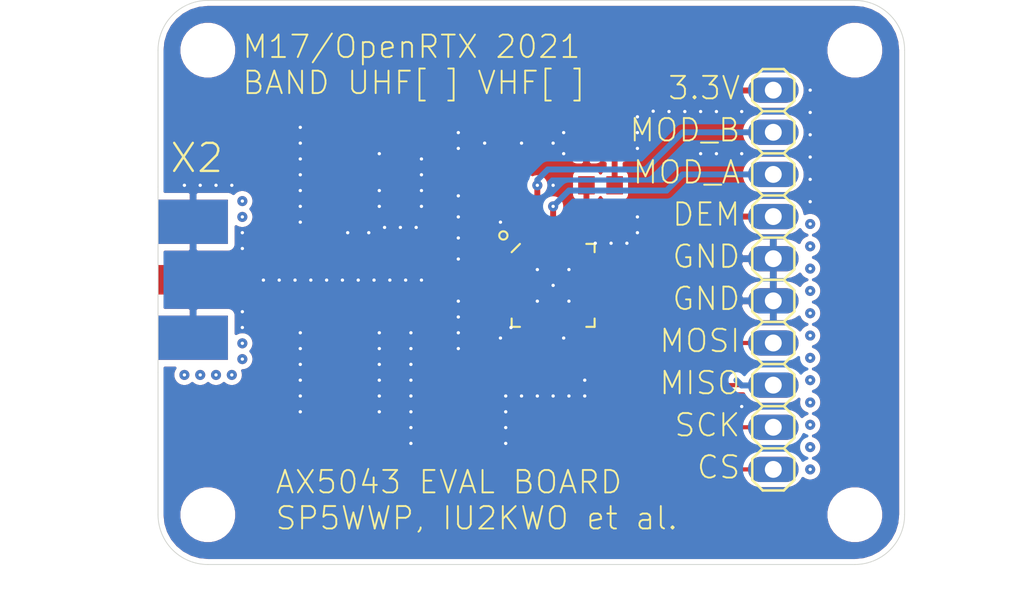
<source format=kicad_pcb>
(kicad_pcb (version 20171130) (host pcbnew 5.1.10)
  (layers (0 Top signal) (31 Bottom signal) (34 B.Paste user) (35 F.Paste user) (36 B.SilkS user) (37 F.SilkS user) (38 B.Mask user) (39 F.Mask user) (44 Edge.Cuts user))
  (net 0 "")
  (net 1 GND)
  (net 2 +3V3)
  (net 3 /CLK_REF)
  (net 4 "Net-(U1-Pad27)")
  (net 5 /MOD_IN_B)
  (net 6 /MOD_IN_A)
  (net 7 "Net-(C12-Pad2)")
  (net 8 "Net-(U1-Pad21)")
  (net 9 /DEMOD_OUT)
  (net 10 "Net-(U1-Pad19)")
  (net 11 /MOSI)
  (net 12 /MISO)
  (net 13 /SCLK)
  (net 14 /CS)
  (net 15 "Net-(U1-Pad13)")
  (net 16 "Net-(U1-Pad12)")
  (net 17 "Net-(U1-Pad11)")
  (net 18 "Net-(R9-Pad2)")
  (net 19 "Net-(R9-Pad1)")
  (net 20 "Net-(C14-Pad1)")
  (net 21 "Net-(C4-Pad1)")
  (net 22 "Net-(U1-Pad5)")
  (net 23 "Net-(C6-Pad1)")
  (net 24 "Net-(C5-Pad1)")
  (net 25 "Net-(C3-Pad1)")
  (net 26 "Net-(C10-Pad2)")
  (net 27 "Net-(C1-Pad1)")
  (net 28 "Net-(X1-Pad1)")
  (net 29 "Net-(C9-Pad1)")
  (net 30 "Net-(C5-Pad2)")
  (net 31 "Net-(C6-Pad2)")
  (net 32 "Net-(C7-Pad2)")
  (net 33 "Net-(C8-Pad1)")
  (net 34 "Net-(C15-Pad1)")
  (module MountingHole:MountingHole_2.7mm_M2.5 (layer Top) (at 169 119)
    (fp_text reference REF** hide)
    (fp_text value MountingHole_2.7mm_M2.5)
    (pad 1 np_thru_hole circle (at 0 0) (size 2.7 2.7) (drill 2.7) (layers *.Cu *.Mask))
  )
  (module MountingHole:MountingHole_2.7mm_M2.5 (layer Top) (at 169 91)
    (fp_text reference REF** hide)
    (fp_text value MountingHole_2.7mm_M2.5)
    (pad 1 np_thru_hole circle (at 0 0) (size 2.7 2.7) (drill 2.7) (layers *.Cu *.Mask))
  )
  (module MountingHole:MountingHole_2.7mm_M2.5 (layer Top) (at 130 119)
    (fp_text reference REF** hide)
    (fp_text value MountingHole_2.7mm_M2.5)
    (pad 1 np_thru_hole circle (at 0 0) (size 2.7 2.7) (drill 2.7) (layers *.Cu *.Mask))
  )
  (module MountingHole:MountingHole_2.7mm_M2.5 (layer Top) (at 130 91)
    (fp_text reference REF** hide)
    (fp_text value MountingHole_2.7mm_M2.5)
    (pad 1 np_thru_hole circle (at 0 0) (size 2.7 2.7) (drill 2.7) (layers *.Cu *.Mask))
  )
  (module AX5043:C0603 (layer Top) (at 146.3686 99.1436 270)
    (fp_text reference C1 hide)
    (fp_text value 10p)
    (pad 2 smd rect (at 0.85 0 270) (size 1.1 1) (layers Top F.Paste F.Mask) (net 3 /CLK_REF))
    (pad 1 smd rect (at -0.85 0 270) (size 1.1 1) (layers Top F.Paste F.Mask) (net 27 "Net-(C1-Pad1)"))
  )
  (module AX5043:C0603 (layer Top) (at 148.5911 99.1436 90)
    (fp_text reference C2 hide)
    (fp_text value 6.8p)
    (pad 2 smd rect (at 0.85 0 90) (size 1.1 1) (layers Top F.Paste F.Mask) (net 1 GND))
    (pad 1 smd rect (at -0.85 0 90) (size 1.1 1) (layers Top F.Paste F.Mask) (net 3 /CLK_REF))
  )
  (module AX5043:C0603 (layer Top) (at 146.3686 102.6361 90)
    (fp_text reference C3 hide)
    (fp_text value 100p)
    (pad 2 smd rect (at 0.85 0 90) (size 1.1 1) (layers Top F.Paste F.Mask) (net 1 GND))
    (pad 1 smd rect (at -0.85 0 90) (size 1.1 1) (layers Top F.Paste F.Mask) (net 25 "Net-(C3-Pad1)"))
  )
  (module AX5043:C0603 (layer Top) (at 146.3686 107.0811 270)
    (fp_text reference C4 hide)
    (fp_text value 100p)
    (pad 2 smd rect (at 0.85 0 270) (size 1.1 1) (layers Top F.Paste F.Mask) (net 1 GND))
    (pad 1 smd rect (at -0.85 0 270) (size 1.1 1) (layers Top F.Paste F.Mask) (net 21 "Net-(C4-Pad1)"))
  )
  (module AX5043:C0603 (layer Top) (at 141.2886 103.2711 180)
    (fp_text reference C5 hide)
    (fp_text value 4.3p)
    (pad 2 smd rect (at 0.85 0 180) (size 1.1 1) (layers Top F.Paste F.Mask) (net 30 "Net-(C5-Pad2)"))
    (pad 1 smd rect (at -0.85 0 180) (size 1.1 1) (layers Top F.Paste F.Mask) (net 24 "Net-(C5-Pad1)"))
  )
  (module AX5043:C0603 (layer Top) (at 141.2886 106.4461 180)
    (fp_text reference C6 hide)
    (fp_text value 4.3p)
    (pad 2 smd rect (at 0.85 0 180) (size 1.1 1) (layers Top F.Paste F.Mask) (net 31 "Net-(C6-Pad2)"))
    (pad 1 smd rect (at -0.85 0 180) (size 1.1 1) (layers Top F.Paste F.Mask) (net 23 "Net-(C6-Pad1)"))
  )
  (module AX5043:C0603 (layer Top) (at 138.1136 100.7311 180)
    (fp_text reference C7 hide)
    (fp_text value 11p)
    (pad 2 smd rect (at 0.85 0 180) (size 1.1 1) (layers Top F.Paste F.Mask) (net 32 "Net-(C7-Pad2)"))
    (pad 1 smd rect (at -0.85 0 180) (size 1.1 1) (layers Top F.Paste F.Mask) (net 1 GND))
  )
  (module AX5043:C0603 (layer Top) (at 138.1136 108.9861)
    (fp_text reference C8 hide)
    (fp_text value 5.6p)
    (pad 2 smd rect (at 0.85 0) (size 1.1 1) (layers Top F.Paste F.Mask) (net 1 GND))
    (pad 1 smd rect (at -0.85 0) (size 1.1 1) (layers Top F.Paste F.Mask) (net 33 "Net-(C8-Pad1)"))
  )
  (module AX5043:C0603 (layer Top) (at 134.9386 106.4461)
    (fp_text reference C9 hide)
    (fp_text value 5.1p)
    (pad 2 smd rect (at 0.85 0) (size 1.1 1) (layers Top F.Paste F.Mask) (net 33 "Net-(C8-Pad1)"))
    (pad 1 smd rect (at -0.85 0) (size 1.1 1) (layers Top F.Paste F.Mask) (net 29 "Net-(C9-Pad1)"))
  )
  (module AX5043:C0603 (layer Top) (at 138.1136 98.5086)
    (fp_text reference C10 hide)
    (fp_text value 10n)
    (pad 2 smd rect (at 0.85 0) (size 1.1 1) (layers Top F.Paste F.Mask) (net 26 "Net-(C10-Pad2)"))
    (pad 1 smd rect (at -0.85 0) (size 1.1 1) (layers Top F.Paste F.Mask) (net 1 GND))
  )
  (module AX5043:C0603 (layer Top) (at 142.8761 96.2861)
    (fp_text reference C11 hide)
    (fp_text value 100n)
    (pad 2 smd rect (at 0.85 0) (size 1.1 1) (layers Top F.Paste F.Mask) (net 1 GND))
    (pad 1 smd rect (at -0.85 0) (size 1.1 1) (layers Top F.Paste F.Mask) (net 2 +3V3))
  )
  (module AX5043:C0603 (layer Top) (at 153.6711 101.3661 180)
    (fp_text reference C12 hide)
    (fp_text value 10n)
    (pad 2 smd rect (at 0.85 0 180) (size 1.1 1) (layers Top F.Paste F.Mask) (net 7 "Net-(C12-Pad2)"))
    (pad 1 smd rect (at -0.85 0 180) (size 1.1 1) (layers Top F.Paste F.Mask) (net 1 GND))
  )
  (module AX5043:C0603 (layer Top) (at 153.6711 96.9211 180)
    (fp_text reference C13 hide)
    (fp_text value 100n)
    (pad 2 smd rect (at 0.85 0 180) (size 1.1 1) (layers Top F.Paste F.Mask) (net 1 GND))
    (pad 1 smd rect (at -0.85 0 180) (size 1.1 1) (layers Top F.Paste F.Mask) (net 2 +3V3))
  )
  (module AX5043:C0603 (layer Top) (at 143.8286 110.8911 270)
    (fp_text reference C14 hide)
    (fp_text value 39p)
    (pad 2 smd rect (at 0.85 0 270) (size 1.1 1) (layers Top F.Paste F.Mask) (net 1 GND))
    (pad 1 smd rect (at -0.85 0 270) (size 1.1 1) (layers Top F.Paste F.Mask) (net 20 "Net-(C14-Pad1)"))
  )
  (module AX5043:C0603 (layer Top) (at 145.0986 114.0661 180)
    (fp_text reference C15 hide)
    (fp_text value 10n)
    (pad 2 smd rect (at 0.85 0 180) (size 1.1 1) (layers Top F.Paste F.Mask) (net 1 GND))
    (pad 1 smd rect (at -0.85 0 180) (size 1.1 1) (layers Top F.Paste F.Mask) (net 34 "Net-(C15-Pad1)"))
  )
  (module AX5043:1X10 (layer Top) (at 164.084 104.8385 270)
    (fp_text reference JP1 hide)
    (fp_text value PINHD-1X10)
    (fp_line (start 12.065 1.27) (end 10.795 1.27) (layer F.SilkS) (width 0.1524))
    (fp_line (start 10.16 0.635) (end 10.795 1.27) (layer F.SilkS) (width 0.1524))
    (fp_line (start 10.795 -1.27) (end 10.16 -0.635) (layer F.SilkS) (width 0.1524))
    (fp_line (start 12.7 0.635) (end 12.065 1.27) (layer F.SilkS) (width 0.1524))
    (fp_line (start 12.7 -0.635) (end 12.7 0.635) (layer F.SilkS) (width 0.1524))
    (fp_line (start 12.065 -1.27) (end 12.7 -0.635) (layer F.SilkS) (width 0.1524))
    (fp_line (start 10.795 -1.27) (end 12.065 -1.27) (layer F.SilkS) (width 0.1524))
    (fp_line (start -10.795 1.27) (end -12.065 1.27) (layer F.SilkS) (width 0.1524))
    (fp_line (start -12.7 0.635) (end -12.065 1.27) (layer F.SilkS) (width 0.1524))
    (fp_line (start -12.065 -1.27) (end -12.7 -0.635) (layer F.SilkS) (width 0.1524))
    (fp_line (start -12.7 -0.635) (end -12.7 0.635) (layer F.SilkS) (width 0.1524))
    (fp_line (start -9.525 1.27) (end -10.16 0.635) (layer F.SilkS) (width 0.1524))
    (fp_line (start -8.255 1.27) (end -9.525 1.27) (layer F.SilkS) (width 0.1524))
    (fp_line (start -7.62 0.635) (end -8.255 1.27) (layer F.SilkS) (width 0.1524))
    (fp_line (start -7.62 -0.635) (end -7.62 0.635) (layer F.SilkS) (width 0.1524))
    (fp_line (start -8.255 -1.27) (end -7.62 -0.635) (layer F.SilkS) (width 0.1524))
    (fp_line (start -9.525 -1.27) (end -8.255 -1.27) (layer F.SilkS) (width 0.1524))
    (fp_line (start -10.16 -0.635) (end -9.525 -1.27) (layer F.SilkS) (width 0.1524))
    (fp_line (start -10.16 0.635) (end -10.795 1.27) (layer F.SilkS) (width 0.1524))
    (fp_line (start -10.16 -0.635) (end -10.16 0.635) (layer F.SilkS) (width 0.1524))
    (fp_line (start -10.795 -1.27) (end -10.16 -0.635) (layer F.SilkS) (width 0.1524))
    (fp_line (start -12.065 -1.27) (end -10.795 -1.27) (layer F.SilkS) (width 0.1524))
    (fp_line (start -3.175 1.27) (end -4.445 1.27) (layer F.SilkS) (width 0.1524))
    (fp_line (start -5.08 0.635) (end -4.445 1.27) (layer F.SilkS) (width 0.1524))
    (fp_line (start -4.445 -1.27) (end -5.08 -0.635) (layer F.SilkS) (width 0.1524))
    (fp_line (start -6.985 1.27) (end -7.62 0.635) (layer F.SilkS) (width 0.1524))
    (fp_line (start -5.715 1.27) (end -6.985 1.27) (layer F.SilkS) (width 0.1524))
    (fp_line (start -5.08 0.635) (end -5.715 1.27) (layer F.SilkS) (width 0.1524))
    (fp_line (start -5.08 -0.635) (end -5.08 0.635) (layer F.SilkS) (width 0.1524))
    (fp_line (start -5.715 -1.27) (end -5.08 -0.635) (layer F.SilkS) (width 0.1524))
    (fp_line (start -6.985 -1.27) (end -5.715 -1.27) (layer F.SilkS) (width 0.1524))
    (fp_line (start -7.62 -0.635) (end -6.985 -1.27) (layer F.SilkS) (width 0.1524))
    (fp_line (start -1.905 1.27) (end -2.54 0.635) (layer F.SilkS) (width 0.1524))
    (fp_line (start -0.635 1.27) (end -1.905 1.27) (layer F.SilkS) (width 0.1524))
    (fp_line (start 0 0.635) (end -0.635 1.27) (layer F.SilkS) (width 0.1524))
    (fp_line (start 0 -0.635) (end 0 0.635) (layer F.SilkS) (width 0.1524))
    (fp_line (start -0.635 -1.27) (end 0 -0.635) (layer F.SilkS) (width 0.1524))
    (fp_line (start -1.905 -1.27) (end -0.635 -1.27) (layer F.SilkS) (width 0.1524))
    (fp_line (start -2.54 -0.635) (end -1.905 -1.27) (layer F.SilkS) (width 0.1524))
    (fp_line (start -2.54 0.635) (end -3.175 1.27) (layer F.SilkS) (width 0.1524))
    (fp_line (start -2.54 -0.635) (end -2.54 0.635) (layer F.SilkS) (width 0.1524))
    (fp_line (start -3.175 -1.27) (end -2.54 -0.635) (layer F.SilkS) (width 0.1524))
    (fp_line (start -4.445 -1.27) (end -3.175 -1.27) (layer F.SilkS) (width 0.1524))
    (fp_line (start 4.445 1.27) (end 3.175 1.27) (layer F.SilkS) (width 0.1524))
    (fp_line (start 2.54 0.635) (end 3.175 1.27) (layer F.SilkS) (width 0.1524))
    (fp_line (start 3.175 -1.27) (end 2.54 -0.635) (layer F.SilkS) (width 0.1524))
    (fp_line (start 0.635 1.27) (end 0 0.635) (layer F.SilkS) (width 0.1524))
    (fp_line (start 1.905 1.27) (end 0.635 1.27) (layer F.SilkS) (width 0.1524))
    (fp_line (start 2.54 0.635) (end 1.905 1.27) (layer F.SilkS) (width 0.1524))
    (fp_line (start 2.54 -0.635) (end 2.54 0.635) (layer F.SilkS) (width 0.1524))
    (fp_line (start 1.905 -1.27) (end 2.54 -0.635) (layer F.SilkS) (width 0.1524))
    (fp_line (start 0.635 -1.27) (end 1.905 -1.27) (layer F.SilkS) (width 0.1524))
    (fp_line (start 0 -0.635) (end 0.635 -1.27) (layer F.SilkS) (width 0.1524))
    (fp_line (start 5.715 1.27) (end 5.08 0.635) (layer F.SilkS) (width 0.1524))
    (fp_line (start 6.985 1.27) (end 5.715 1.27) (layer F.SilkS) (width 0.1524))
    (fp_line (start 7.62 0.635) (end 6.985 1.27) (layer F.SilkS) (width 0.1524))
    (fp_line (start 7.62 -0.635) (end 7.62 0.635) (layer F.SilkS) (width 0.1524))
    (fp_line (start 6.985 -1.27) (end 7.62 -0.635) (layer F.SilkS) (width 0.1524))
    (fp_line (start 5.715 -1.27) (end 6.985 -1.27) (layer F.SilkS) (width 0.1524))
    (fp_line (start 5.08 -0.635) (end 5.715 -1.27) (layer F.SilkS) (width 0.1524))
    (fp_line (start 5.08 0.635) (end 4.445 1.27) (layer F.SilkS) (width 0.1524))
    (fp_line (start 5.08 -0.635) (end 5.08 0.635) (layer F.SilkS) (width 0.1524))
    (fp_line (start 4.445 -1.27) (end 5.08 -0.635) (layer F.SilkS) (width 0.1524))
    (fp_line (start 3.175 -1.27) (end 4.445 -1.27) (layer F.SilkS) (width 0.1524))
    (fp_line (start 8.255 1.27) (end 7.62 0.635) (layer F.SilkS) (width 0.1524))
    (fp_line (start 9.525 1.27) (end 8.255 1.27) (layer F.SilkS) (width 0.1524))
    (fp_line (start 10.16 0.635) (end 9.525 1.27) (layer F.SilkS) (width 0.1524))
    (fp_line (start 10.16 -0.635) (end 10.16 0.635) (layer F.SilkS) (width 0.1524))
    (fp_line (start 9.525 -1.27) (end 10.16 -0.635) (layer F.SilkS) (width 0.1524))
    (fp_line (start 8.255 -1.27) (end 9.525 -1.27) (layer F.SilkS) (width 0.1524))
    (fp_line (start 7.62 -0.635) (end 8.255 -1.27) (layer F.SilkS) (width 0.1524))
    (pad 10 thru_hole oval (at 11.43 0) (size 3.048 1.524) (drill 1.016) (layers *.Cu *.Mask) (net 14 /CS))
    (pad 9 thru_hole oval (at 8.89 0) (size 3.048 1.524) (drill 1.016) (layers *.Cu *.Mask) (net 13 /SCLK))
    (pad 8 thru_hole oval (at 6.35 0) (size 3.048 1.524) (drill 1.016) (layers *.Cu *.Mask) (net 12 /MISO))
    (pad 7 thru_hole oval (at 3.81 0) (size 3.048 1.524) (drill 1.016) (layers *.Cu *.Mask) (net 11 /MOSI))
    (pad 6 thru_hole oval (at 1.27 0) (size 3.048 1.524) (drill 1.016) (layers *.Cu *.Mask) (net 1 GND))
    (pad 5 thru_hole oval (at -1.27 0) (size 3.048 1.524) (drill 1.016) (layers *.Cu *.Mask) (net 1 GND))
    (pad 4 thru_hole oval (at -3.81 0) (size 3.048 1.524) (drill 1.016) (layers *.Cu *.Mask) (net 9 /DEMOD_OUT))
    (pad 3 thru_hole oval (at -6.35 0) (size 3.048 1.524) (drill 1.016) (layers *.Cu *.Mask) (net 6 /MOD_IN_A))
    (pad 2 thru_hole oval (at -8.89 0) (size 3.048 1.524) (drill 1.016) (layers *.Cu *.Mask) (net 5 /MOD_IN_B))
    (pad 1 thru_hole oval (at -11.43 0) (size 3.048 1.524) (drill 1.016) (layers *.Cu *.Mask) (net 2 +3V3))
  )
  (module AX5043:R0603 (layer Top) (at 143.8286 107.0811 90)
    (fp_text reference R1 hide)
    (fp_text value 100nH)
    (pad 2 smd rect (at 0.85 0 90) (size 1 1.1) (layers Top F.Paste F.Mask) (net 23 "Net-(C6-Pad1)"))
    (pad 1 smd rect (at -0.85 0 90) (size 1 1.1) (layers Top F.Paste F.Mask) (net 1 GND))
  )
  (module AX5043:R0603 (layer Top) (at 143.8286 102.6361 90)
    (fp_text reference R2 hide)
    (fp_text value 100nH)
    (pad 2 smd rect (at 0.85 0 90) (size 1 1.1) (layers Top F.Paste F.Mask) (net 1 GND))
    (pad 1 smd rect (at -0.85 0 90) (size 1 1.1) (layers Top F.Paste F.Mask) (net 24 "Net-(C5-Pad1)"))
  )
  (module AX5043:R0603 (layer Top) (at 138.1136 103.2711 180)
    (fp_text reference R3 hide)
    (fp_text value 43nH)
    (pad 2 smd rect (at 0.85 0 180) (size 1 1.1) (layers Top F.Paste F.Mask) (net 32 "Net-(C7-Pad2)"))
    (pad 1 smd rect (at -0.85 0 180) (size 1 1.1) (layers Top F.Paste F.Mask) (net 30 "Net-(C5-Pad2)"))
  )
  (module AX5043:R0603 (layer Top) (at 138.1136 106.4461 180)
    (fp_text reference R4 hide)
    (fp_text value 43nH)
    (pad 2 smd rect (at 0.85 0 180) (size 1 1.1) (layers Top F.Paste F.Mask) (net 33 "Net-(C8-Pad1)"))
    (pad 1 smd rect (at -0.85 0 180) (size 1 1.1) (layers Top F.Paste F.Mask) (net 31 "Net-(C6-Pad2)"))
  )
  (module AX5043:R0603 (layer Top) (at 134.9386 103.2711 180)
    (fp_text reference R5 hide)
    (fp_text value 27nH)
    (pad 2 smd rect (at 0.85 0 180) (size 1 1.1) (layers Top F.Paste F.Mask) (net 29 "Net-(C9-Pad1)"))
    (pad 1 smd rect (at -0.85 0 180) (size 1 1.1) (layers Top F.Paste F.Mask) (net 32 "Net-(C7-Pad2)"))
  )
  (module AX5043:R0603 (layer Top) (at 138.1136 111.5261)
    (fp_text reference R6 hide)
    (fp_text value 27nH)
    (pad 2 smd rect (at 0.85 0) (size 1 1.1) (layers Top F.Paste F.Mask) (net 1 GND))
    (pad 1 smd rect (at -0.85 0) (size 1 1.1) (layers Top F.Paste F.Mask) (net 33 "Net-(C8-Pad1)"))
  )
  (module AX5043:R0603 (layer Top) (at 138.1136 96.2861)
    (fp_text reference R7 hide)
    (fp_text value BEAD)
    (pad 2 smd rect (at 0.85 0) (size 1 1.1) (layers Top F.Paste F.Mask) (net 2 +3V3))
    (pad 1 smd rect (at -0.85 0) (size 1 1.1) (layers Top F.Paste F.Mask) (net 26 "Net-(C10-Pad2)"))
  )
  (module AX5043:R0603 (layer Top) (at 153.6711 99.1436)
    (fp_text reference R8 hide)
    (fp_text value BEAD)
    (pad 2 smd rect (at 0.85 0) (size 1 1.1) (layers Top F.Paste F.Mask) (net 2 +3V3))
    (pad 1 smd rect (at -0.85 0) (size 1 1.1) (layers Top F.Paste F.Mask) (net 7 "Net-(C12-Pad2)"))
  )
  (module AX5043:R0603 (layer Top) (at 150.1786 110.2561)
    (fp_text reference R9 hide)
    (fp_text value 10nH)
    (pad 2 smd rect (at 0.85 0) (size 1 1.1) (layers Top F.Paste F.Mask) (net 18 "Net-(R9-Pad2)"))
    (pad 1 smd rect (at -0.85 0) (size 1 1.1) (layers Top F.Paste F.Mask) (net 19 "Net-(R9-Pad1)"))
  )
  (module AX5043:R0603 (layer Top) (at 146.3686 110.8911 270)
    (fp_text reference R10 hide)
    (fp_text value 12k)
    (pad 2 smd rect (at 0.85 0 270) (size 1 1.1) (layers Top F.Paste F.Mask) (net 34 "Net-(C15-Pad1)"))
    (pad 1 smd rect (at -0.85 0 270) (size 1 1.1) (layers Top F.Paste F.Mask) (net 20 "Net-(C14-Pad1)"))
  )
  (module AX5043:QFN28-5X5-WITH-CENTER-PAD (layer Top) (at 150.8136 105.1761)
    (fp_text reference U1 hide)
    (fp_text value AX5043 hide)
    (fp_circle (center -3 -3.01) (end -2.75 -3.01) (layer F.SilkS) (width 0.127))
    (fp_line (start -2.5 -2) (end -2 -2.5) (layer F.SilkS) (width 0.127))
    (fp_line (start 2.5 -2.5) (end 2.5 -2) (layer F.SilkS) (width 0.127))
    (fp_line (start 2 -2.5) (end 2.5 -2.5) (layer F.SilkS) (width 0.127))
    (fp_line (start 2.5 2.5) (end 2.5 2) (layer F.SilkS) (width 0.127))
    (fp_line (start 2 2.5) (end 2.5 2.5) (layer F.SilkS) (width 0.127))
    (fp_line (start -2.5 2.5) (end -2 2.5) (layer F.SilkS) (width 0.127))
    (fp_line (start -2.5 2) (end -2.5 2.5) (layer F.SilkS) (width 0.127))
    (pad 28 smd rect (at -1.5 -2.25 180) (size 0.35 0.65) (layers Top F.Mask) (net 3 /CLK_REF))
    (pad 27 smd rect (at -1 -2.25 180) (size 0.35 0.65) (layers Top F.Mask) (net 4 "Net-(U1-Pad27)"))
    (pad 26 smd rect (at -0.5 -2.25 180) (size 0.35 0.65) (layers Top F.Mask) (net 5 /MOD_IN_B))
    (pad 25 smd rect (at 0 -2.25 180) (size 0.35 0.65) (layers Top F.Mask) (net 6 /MOD_IN_A))
    (pad 24 smd rect (at 0.5 -2.25 180) (size 0.35 0.65) (layers Top F.Mask))
    (pad 23 smd rect (at 1 -2.25 180) (size 0.35 0.65) (layers Top F.Mask) (net 7 "Net-(C12-Pad2)"))
    (pad 22 smd rect (at 1.5 -2.25 180) (size 0.35 0.65) (layers Top F.Mask))
    (pad 21 smd rect (at 2.25 -1.5 270) (size 0.35 0.65) (layers Top F.Mask) (net 8 "Net-(U1-Pad21)"))
    (pad 20 smd rect (at 2.25 -1 270) (size 0.35 0.65) (layers Top F.Mask) (net 9 /DEMOD_OUT))
    (pad 19 smd rect (at 2.25 -0.5 270) (size 0.35 0.65) (layers Top F.Mask) (net 10 "Net-(U1-Pad19)"))
    (pad 18 smd rect (at 2.25 0 270) (size 0.35 0.65) (layers Top F.Mask))
    (pad 17 smd rect (at 2.25 0.5 270) (size 0.35 0.65) (layers Top F.Mask) (net 11 /MOSI))
    (pad 16 smd rect (at 2.25 1 270) (size 0.35 0.65) (layers Top F.Mask) (net 12 /MISO))
    (pad 15 smd rect (at 2.25 1.5 270) (size 0.35 0.65) (layers Top F.Mask) (net 13 /SCLK))
    (pad 14 smd rect (at 1.5 2.25 180) (size 0.35 0.65) (layers Top F.Mask) (net 14 /CS))
    (pad 13 smd rect (at 1 2.25 180) (size 0.35 0.65) (layers Top F.Mask) (net 15 "Net-(U1-Pad13)"))
    (pad 12 smd rect (at 0.5 2.25 180) (size 0.35 0.65) (layers Top F.Mask) (net 16 "Net-(U1-Pad12)"))
    (pad 11 smd rect (at 0 2.25 180) (size 0.35 0.65) (layers Top F.Mask) (net 17 "Net-(U1-Pad11)"))
    (pad 10 smd rect (at -0.5 2.25 180) (size 0.35 0.65) (layers Top F.Mask) (net 18 "Net-(R9-Pad2)"))
    (pad 9 smd rect (at -1 2.25 180) (size 0.35 0.65) (layers Top F.Mask) (net 19 "Net-(R9-Pad1)"))
    (pad 8 smd rect (at -1.5 2.25 180) (size 0.35 0.65) (layers Top F.Mask) (net 20 "Net-(C14-Pad1)"))
    (pad 7 smd rect (at -2.25 1.5 90) (size 0.35 0.65) (layers Top F.Mask) (net 21 "Net-(C4-Pad1)"))
    (pad 6 smd rect (at -2.25 1 90) (size 0.35 0.65) (layers Top F.Mask) (net 1 GND))
    (pad 5 smd rect (at -2.25 0.5 90) (size 0.35 0.65) (layers Top F.Mask) (net 22 "Net-(U1-Pad5)"))
    (pad 4 smd rect (at -2.25 0 90) (size 0.35 0.65) (layers Top F.Mask) (net 23 "Net-(C6-Pad1)"))
    (pad 3 smd rect (at -2.25 -0.5 90) (size 0.35 0.65) (layers Top F.Mask) (net 24 "Net-(C5-Pad1)"))
    (pad 2 smd rect (at -2.25 -1 90) (size 0.35 0.65) (layers Top F.Mask) (net 1 GND))
    (pad 1 smd rect (at -2.25 -1.5 90) (size 0.35 0.65) (layers Top F.Mask) (net 25 "Net-(C3-Pad1)"))
    (pad PAD smd rect (at 0 0) (size 3.25 3.25) (layers Top F.Mask) (net 1 GND))
  )
  (module AX5043:ASE (layer Top) (at 142.8761 99.1436)
    (fp_text reference X1 hide)
    (fp_text value 12.000MHz)
    (pad 4 smd rect (at -1.2 -0.75 180) (size 0.9 1.1) (layers Top F.Paste F.Mask) (net 26 "Net-(C10-Pad2)"))
    (pad 3 smd rect (at 1.2 -0.75 180) (size 0.9 1.1) (layers Top F.Paste F.Mask) (net 27 "Net-(C1-Pad1)"))
    (pad 2 smd rect (at 1.2 0.75) (size 0.9 1.1) (layers Top F.Paste F.Mask) (net 1 GND))
    (pad 1 smd rect (at -1.2 0.75) (size 0.9 1.1) (layers Top F.Paste F.Mask) (net 28 "Net-(X1-Pad1)"))
  )
  (module AX5043:J502-ND-142-0711-821_826 (layer Top) (at 127 104.8385)
    (fp_text reference X2 (at 0.635 -6.35) (layer F.SilkS) (effects (font (size 1.6891 1.6891) (thickness 0.14224)) (justify left bottom)))
    (fp_text value SMA)
    (fp_line (start 0 -5.588) (end 0 5.588) (layer Edge.Cuts) (width 0.05))
    (pad G@3 smd rect (at 2.1154 -3.4946) (size 4.191 2.667) (layers Bottom B.Paste B.Mask) (net 1 GND))
    (pad G@4 smd rect (at 2.1154 3.4946) (size 4.191 2.667) (layers Bottom B.Paste B.Mask) (net 1 GND))
    (pad G@2 smd rect (at 2.1154 3.4946) (size 4.191 2.667) (layers Top F.Paste F.Mask) (net 1 GND))
    (pad G@1 smd rect (at 2.1154 -3.4946) (size 4.191 2.667) (layers Top F.Paste F.Mask) (net 1 GND))
    (pad 1 smd rect (at 2.1154 0) (size 4.191 1.778) (layers Top F.Paste F.Mask) (net 29 "Net-(C9-Pad1)"))
  )
  (gr_line (start 127 110.4265) (end 127 119) (layer Edge.Cuts) (width 0.05))
  (gr_line (start 127 99.2505) (end 127 91) (layer Edge.Cuts) (width 0.05))
  (gr_line (start 172 119) (end 172 91) (layer Edge.Cuts) (width 0.05))
  (gr_line (start 130 122) (end 169 122) (layer Edge.Cuts) (width 0.05))
  (gr_line (start 169 88) (end 130 88) (layer Edge.Cuts) (width 0.05))
  (gr_arc (start 169 91) (end 172 91) (angle -90) (layer Edge.Cuts) (width 0.05))
  (gr_arc (start 169 119) (end 169 122) (angle -90) (layer Edge.Cuts) (width 0.05))
  (gr_arc (start 130 119) (end 127 119) (angle -90) (layer Edge.Cuts) (width 0.05))
  (gr_arc (start 130 91) (end 130 88) (angle -90) (layer Edge.Cuts) (width 0.05))
  (gr_text MOSI (at 162.179 109.31205) (layer F.SilkS) (effects (font (size 1.35128 1.35128) (thickness 0.113792)) (justify right bottom)))
  (gr_text MISO (at 162.179 111.85205) (layer F.SilkS) (effects (font (size 1.35128 1.35128) (thickness 0.113792)) (justify right bottom)))
  (gr_text SCK (at 162.179 114.39205) (layer F.SilkS) (effects (font (size 1.35128 1.35128) (thickness 0.113792)) (justify right bottom)))
  (gr_text CS (at 162.179 116.93205) (layer F.SilkS) (effects (font (size 1.35128 1.35128) (thickness 0.113792)) (justify right bottom)))
  (gr_text GND (at 162.179 104.23205) (layer F.SilkS) (effects (font (size 1.35128 1.35128) (thickness 0.113792)) (justify right bottom)))
  (gr_text GND (at 162.179 106.77205) (layer F.SilkS) (effects (font (size 1.35128 1.35128) (thickness 0.113792)) (justify right bottom)))
  (gr_text DEM (at 162.179 101.69205) (layer F.SilkS) (effects (font (size 1.35128 1.35128) (thickness 0.113792)) (justify right bottom)))
  (gr_text MOD_A (at 162.179 99.15205) (layer F.SilkS) (effects (font (size 1.35128 1.35128) (thickness 0.113792)) (justify right bottom)))
  (gr_text MOD_B (at 162.179 96.61205) (layer F.SilkS) (effects (font (size 1.35128 1.35128) (thickness 0.113792)) (justify right bottom)))
  (gr_text 3.3V (at 162.179 94.07205) (layer F.SilkS) (effects (font (size 1.35128 1.35128) (thickness 0.113792)) (justify right bottom)))
  (gr_text "AX5043 EVAL BOARD\nSP5WWP, IU2KWO et al." (at 134 120) (layer F.SilkS) (effects (font (size 1.35128 1.35128) (thickness 0.113792)) (justify left bottom)))
  (gr_text "M17/OpenRTX 2021\nBAND UHF[ ] VHF[ ]" (at 132 90) (layer F.SilkS) (effects (font (size 1.35128 1.35128) (thickness 0.113792)) (justify left top)))
  (via (at 166.3076 102.821435) (size 0.6064) (drill 0.2) (layers Top Bottom) (net 0))
  (via (at 166.3076 105.510845) (size 0.6064) (drill 0.2) (layers Top Bottom) (net 0))
  (via (at 166.3076 108.200255) (size 0.6064) (drill 0.2) (layers Top Bottom) (net 0))
  (via (at 166.3076 106.85555) (size 0.6064) (drill 0.2) (layers Top Bottom) (net 0))
  (via (at 166.3076 104.16614) (size 0.6064) (drill 0.2) (layers Top Bottom) (net 0))
  (via (at 166.3076 101.47673) (size 0.6064) (drill 0.2) (layers Top Bottom) (net 0))
  (via (at 166.3076 110.889665) (size 0.6064) (drill 0.2) (layers Top Bottom) (net 0))
  (via (at 166.3076 113.579075) (size 0.6064) (drill 0.2) (layers Top Bottom) (net 0))
  (via (at 166.3076 116.2685) (size 0.6064) (drill 0.2) (layers Top Bottom) (net 0))
  (via (at 166.3076 114.92378) (size 0.6064) (drill 0.2) (layers Top Bottom) (net 0))
  (via (at 166.3076 112.23437) (size 0.6064) (drill 0.2) (layers Top Bottom) (net 0))
  (via (at 166.3076 109.54496) (size 0.6064) (drill 0.2) (layers Top Bottom) (net 0))
  (via (at 132.0811 100.0961) (size 0.6064) (drill 0.2) (layers Top Bottom) (net 0))
  (via (at 132.0811 101.0486) (size 0.6064) (drill 0.2) (layers Top Bottom) (net 0))
  (via (at 132.0811 108.6686) (size 0.6064) (drill 0.2) (layers Top Bottom) (net 0))
  (via (at 132.0811 109.6211) (size 0.6064) (drill 0.2) (layers Top Bottom) (net 0))
  (via (at 128.5886 110.5736) (size 0.6064) (drill 0.2) (layers Top Bottom) (net 0))
  (via (at 129.5411 110.5736) (size 0.6064) (drill 0.2) (layers Top Bottom) (net 0))
  (via (at 130.4936 110.5736) (size 0.6064) (drill 0.2) (layers Top Bottom) (net 0))
  (via (at 131.4461 110.5736) (size 0.6064) (drill 0.2) (layers Top Bottom) (net 0))
  (via (at 151.7661 104.2236) (size 0.6064) (drill 0.2) (layers Top Bottom) (net 1))
  (via (at 149.8611 104.2236) (size 0.6064) (drill 0.2) (layers Top Bottom) (net 1))
  (via (at 150.8136 105.1761) (size 0.6064) (drill 0.2) (layers Top Bottom) (net 1))
  (via (at 149.8611 106.1286) (size 0.6064) (drill 0.2) (layers Top Bottom) (net 1))
  (via (at 151.7661 106.1286) (size 0.6064) (drill 0.2) (layers Top Bottom) (net 1))
  (segment (start 148.5636 106.1761) (end 149.8136 106.1761) (width 0.3556) (layer Top) (net 1))
  (segment (start 149.8136 106.1761) (end 149.8611 106.1286) (width 0.3556) (layer Top) (net 1))
  (segment (start 148.5636 104.1761) (end 149.8136 104.1761) (width 0.3556) (layer Top) (net 1))
  (segment (start 149.8136 104.1761) (end 149.8611 104.2236) (width 0.3556) (layer Top) (net 1))
  (via (at 148.2736 107.7161) (size 0.6064) (drill 0.2) (layers Top Bottom) (net 1))
  (via (at 147.6386 108.3511) (size 0.6064) (drill 0.2) (layers Top Bottom) (net 1))
  (via (at 145.0986 108.9861) (size 0.6064) (drill 0.2) (layers Top Bottom) (net 1))
  (via (at 145.0986 108.0336) (size 0.6064) (drill 0.2) (layers Top Bottom) (net 1))
  (via (at 145.0986 107.0811) (size 0.6064) (drill 0.2) (layers Top Bottom) (net 1))
  (via (at 145.0986 106.1286) (size 0.6064) (drill 0.2) (layers Top Bottom) (net 1))
  (via (at 133.3511 104.8586) (size 0.6064) (drill 0.2) (layers Top Bottom) (net 1))
  (via (at 134.3036 104.8586) (size 0.6064) (drill 0.2) (layers Top Bottom) (net 1))
  (via (at 135.2561 104.8586) (size 0.6064) (drill 0.2) (layers Top Bottom) (net 1))
  (via (at 136.2086 104.8586) (size 0.6064) (drill 0.2) (layers Top Bottom) (net 1))
  (via (at 137.1611 104.8586) (size 0.6064) (drill 0.2) (layers Top Bottom) (net 1))
  (via (at 138.1136 104.8586) (size 0.6064) (drill 0.2) (layers Top Bottom) (net 1))
  (via (at 139.0661 104.8586) (size 0.6064) (drill 0.2) (layers Top Bottom) (net 1))
  (via (at 140.0186 104.8586) (size 0.6064) (drill 0.2) (layers Top Bottom) (net 1))
  (via (at 140.9711 104.8586) (size 0.6064) (drill 0.2) (layers Top Bottom) (net 1))
  (via (at 141.9236 104.8586) (size 0.6064) (drill 0.2) (layers Top Bottom) (net 1))
  (via (at 142.8761 104.8586) (size 0.6064) (drill 0.2) (layers Top Bottom) (net 1))
  (via (at 153.3536 102.6361) (size 0.6064) (drill 0.2) (layers Top Bottom) (net 1))
  (via (at 154.3061 102.6361) (size 0.6064) (drill 0.2) (layers Top Bottom) (net 1))
  (via (at 155.2586 102.6361) (size 0.6064) (drill 0.2) (layers Top Bottom) (net 1))
  (via (at 155.8936 102.0011) (size 0.6064) (drill 0.2) (layers Top Bottom) (net 1))
  (via (at 155.8936 101.0486) (size 0.6064) (drill 0.2) (layers Top Bottom) (net 1))
  (via (at 150.8136 99.1436) (size 0.6064) (drill 0.2) (layers Top Bottom) (net 1))
  (via (at 151.4486 95.9686) (size 0.6064) (drill 0.2) (layers Top Bottom) (net 1))
  (via (at 151.4486 97.2386) (size 0.6064) (drill 0.2) (layers Top Bottom) (net 1))
  (via (at 150.8136 96.6036) (size 0.6064) (drill 0.2) (layers Top Bottom) (net 1))
  (via (at 147.6386 101.3661) (size 0.6064) (drill 0.2) (layers Top Bottom) (net 1))
  (via (at 145.0986 101.0486) (size 0.6064) (drill 0.2) (layers Top Bottom) (net 1))
  (via (at 145.0986 103.5886) (size 0.6064) (drill 0.2) (layers Top Bottom) (net 1))
  (via (at 145.0986 102.3186) (size 0.6064) (drill 0.2) (layers Top Bottom) (net 1))
  (via (at 145.0986 99.7786) (size 0.6064) (drill 0.2) (layers Top Bottom) (net 1))
  (via (at 142.8761 97.5561) (size 0.6064) (drill 0.2) (layers Top Bottom) (net 1))
  (via (at 142.8761 98.5086) (size 0.6064) (drill 0.2) (layers Top Bottom) (net 1))
  (via (at 142.8761 99.4611) (size 0.6064) (drill 0.2) (layers Top Bottom) (net 1))
  (via (at 142.8761 100.4136) (size 0.6064) (drill 0.2) (layers Top Bottom) (net 1))
  (via (at 142.5586 101.6836) (size 0.6064) (drill 0.2) (layers Top Bottom) (net 1))
  (via (at 141.6061 101.6836) (size 0.6064) (drill 0.2) (layers Top Bottom) (net 1))
  (via (at 140.6536 101.6836) (size 0.6064) (drill 0.2) (layers Top Bottom) (net 1))
  (via (at 140.3361 99.4611) (size 0.6064) (drill 0.2) (layers Top Bottom) (net 1))
  (via (at 140.3361 100.4136) (size 0.6064) (drill 0.2) (layers Top Bottom) (net 1))
  (via (at 138.4311 102.0011) (size 0.6064) (drill 0.2) (layers Top Bottom) (net 1))
  (via (at 139.7011 102.0011) (size 0.6064) (drill 0.2) (layers Top Bottom) (net 1))
  (via (at 128.5886 99.1436) (size 0.6064) (drill 0.2) (layers Top Bottom) (net 1))
  (via (at 129.5411 99.1436) (size 0.6064) (drill 0.2) (layers Top Bottom) (net 1))
  (via (at 130.4936 99.1436) (size 0.6064) (drill 0.2) (layers Top Bottom) (net 1))
  (via (at 131.4461 99.1436) (size 0.6064) (drill 0.2) (layers Top Bottom) (net 1))
  (via (at 132.0811 102.0011) (size 0.6064) (drill 0.2) (layers Top Bottom) (net 1))
  (via (at 132.0811 102.9536) (size 0.6064) (drill 0.2) (layers Top Bottom) (net 1))
  (via (at 132.0811 106.7636) (size 0.6064) (drill 0.2) (layers Top Bottom) (net 1))
  (via (at 132.0811 107.7161) (size 0.6064) (drill 0.2) (layers Top Bottom) (net 1))
  (via (at 142.2411 108.0336) (size 0.6064) (drill 0.2) (layers Top Bottom) (net 1))
  (via (at 142.2411 108.9861) (size 0.6064) (drill 0.2) (layers Top Bottom) (net 1))
  (via (at 142.2411 109.9386) (size 0.6064) (drill 0.2) (layers Top Bottom) (net 1))
  (via (at 142.2411 110.8911) (size 0.6064) (drill 0.2) (layers Top Bottom) (net 1))
  (via (at 142.2411 111.8436) (size 0.6064) (drill 0.2) (layers Top Bottom) (net 1))
  (via (at 142.2411 112.7961) (size 0.6064) (drill 0.2) (layers Top Bottom) (net 1))
  (via (at 140.3361 108.0336) (size 0.6064) (drill 0.2) (layers Top Bottom) (net 1))
  (via (at 140.3361 108.9861) (size 0.6064) (drill 0.2) (layers Top Bottom) (net 1))
  (via (at 140.3361 109.9386) (size 0.6064) (drill 0.2) (layers Top Bottom) (net 1))
  (via (at 140.3361 110.8911) (size 0.6064) (drill 0.2) (layers Top Bottom) (net 1))
  (via (at 140.3361 111.8436) (size 0.6064) (drill 0.2) (layers Top Bottom) (net 1))
  (via (at 140.3361 112.7961) (size 0.6064) (drill 0.2) (layers Top Bottom) (net 1))
  (via (at 142.2411 113.7486) (size 0.6064) (drill 0.2) (layers Top Bottom) (net 1))
  (via (at 142.2411 114.7011) (size 0.6064) (drill 0.2) (layers Top Bottom) (net 1))
  (via (at 147.9561 111.8436) (size 0.6064) (drill 0.2) (layers Top Bottom) (net 1))
  (via (at 148.9086 111.8436) (size 0.6064) (drill 0.2) (layers Top Bottom) (net 1))
  (via (at 149.8611 111.8436) (size 0.6064) (drill 0.2) (layers Top Bottom) (net 1))
  (via (at 150.8136 111.8436) (size 0.6064) (drill 0.2) (layers Top Bottom) (net 1))
  (via (at 151.7661 111.8436) (size 0.6064) (drill 0.2) (layers Top Bottom) (net 1))
  (via (at 152.7186 111.8436) (size 0.6064) (drill 0.2) (layers Top Bottom) (net 1))
  (via (at 152.7186 110.8911) (size 0.6064) (drill 0.2) (layers Top Bottom) (net 1))
  (via (at 151.4486 108.3511) (size 0.6064) (drill 0.2) (layers Top Bottom) (net 1))
  (via (at 162.1801 112.4786) (size 0.6064) (drill 0.2) (layers Top Bottom) (net 1))
  (via (at 162.1801 97.2386) (size 0.6064) (drill 0.2) (layers Top Bottom) (net 1))
  (via (at 160.6561 97.2386) (size 0.6064) (drill 0.2) (layers Top Bottom) (net 1))
  (via (at 159.7036 97.2386) (size 0.6064) (drill 0.2) (layers Top Bottom) (net 1))
  (via (at 166.3076 94.753205) (size 0.6064) (drill 0.2) (layers Top Bottom) (net 1))
  (via (at 166.3076 97.442615) (size 0.6064) (drill 0.2) (layers Top Bottom) (net 1))
  (via (at 166.3076 100.132025) (size 0.6064) (drill 0.2) (layers Top Bottom) (net 1))
  (via (at 166.3076 98.78732) (size 0.6064) (drill 0.2) (layers Top Bottom) (net 1))
  (via (at 166.3076 96.09791) (size 0.6064) (drill 0.2) (layers Top Bottom) (net 1))
  (via (at 166.3076 93.4085) (size 0.6064) (drill 0.2) (layers Top Bottom) (net 1))
  (via (at 135.5736 97.5561) (size 0.6064) (drill 0.2) (layers Top Bottom) (net 1))
  (via (at 135.5736 98.5086) (size 0.6064) (drill 0.2) (layers Top Bottom) (net 1))
  (via (at 135.5736 99.4611) (size 0.6064) (drill 0.2) (layers Top Bottom) (net 1))
  (via (at 135.5736 100.4136) (size 0.6064) (drill 0.2) (layers Top Bottom) (net 1))
  (via (at 135.5736 101.3661) (size 0.6064) (drill 0.2) (layers Top Bottom) (net 1))
  (via (at 135.5736 96.6036) (size 0.6064) (drill 0.2) (layers Top Bottom) (net 1))
  (via (at 135.5736 95.6511) (size 0.6064) (drill 0.2) (layers Top Bottom) (net 1))
  (via (at 135.5736 108.0336) (size 0.6064) (drill 0.2) (layers Top Bottom) (net 1))
  (via (at 135.5736 108.9861) (size 0.6064) (drill 0.2) (layers Top Bottom) (net 1))
  (via (at 135.5736 109.9386) (size 0.6064) (drill 0.2) (layers Top Bottom) (net 1))
  (via (at 135.5736 110.8911) (size 0.6064) (drill 0.2) (layers Top Bottom) (net 1))
  (via (at 135.5736 111.8436) (size 0.6064) (drill 0.2) (layers Top Bottom) (net 1))
  (via (at 135.5736 112.7961) (size 0.6064) (drill 0.2) (layers Top Bottom) (net 1))
  (via (at 140.3361 97.2386) (size 0.6064) (drill 0.2) (layers Top Bottom) (net 1))
  (via (at 145.0986 95.9686) (size 0.6064) (drill 0.2) (layers Top Bottom) (net 1))
  (via (at 145.0986 96.9211) (size 0.6064) (drill 0.2) (layers Top Bottom) (net 1))
  (via (at 148.9086 96.6036) (size 0.6064) (drill 0.2) (layers Top Bottom) (net 1))
  (via (at 146.6861 96.6036) (size 0.6064) (drill 0.2) (layers Top Bottom) (net 1))
  (via (at 147.9561 112.7961) (size 0.6064) (drill 0.2) (layers Top Bottom) (net 1))
  (via (at 147.9561 113.7486) (size 0.6064) (drill 0.2) (layers Top Bottom) (net 1))
  (via (at 147.9561 114.7011) (size 0.6064) (drill 0.2) (layers Top Bottom) (net 1))
  (via (at 155.8936 96.9211) (size 0.6064) (drill 0.2) (layers Top Bottom) (net 1))
  (via (at 155.8936 95.9686) (size 0.6064) (drill 0.2) (layers Top Bottom) (net 1))
  (via (at 155.8936 95.0161) (size 0.6064) (drill 0.2) (layers Top Bottom) (net 1))
  (via (at 156.845 94.6785) (size 0.6064) (drill 0.2) (layers Top Bottom) (net 1))
  (via (at 162.1801 94.6986) (size 0.6064) (drill 0.2) (layers Top Bottom) (net 1))
  (via (at 160.6561 94.6986) (size 0.6064) (drill 0.2) (layers Top Bottom) (net 1))
  (via (at 159.7036 94.6986) (size 0.6064) (drill 0.2) (layers Top Bottom) (net 1))
  (via (at 158.7511 94.6986) (size 0.6064) (drill 0.2) (layers Top Bottom) (net 1))
  (via (at 157.7986 94.6986) (size 0.6064) (drill 0.2) (layers Top Bottom) (net 1))
  (segment (start 158.3701 93.4286) (end 164.0851 93.4286) (width 0.3556) (layer Top) (net 2))
  (segment (start 154.5211 96.9211) (end 154.5211 99.1436) (width 0.3556) (layer Top) (net 2))
  (segment (start 138.9636 96.2861) (end 142.0261 96.2861) (width 0.3556) (layer Top) (net 2))
  (segment (start 142.0261 96.2861) (end 142.0261 95.5486) (width 0.3556) (layer Top) (net 2))
  (segment (start 142.0261 95.5486) (end 142.5586 95.0161) (width 0.3556) (layer Top) (net 2))
  (segment (start 142.5586 95.0161) (end 153.3536 95.0161) (width 0.3556) (layer Top) (net 2))
  (segment (start 153.3536 95.0161) (end 154.5211 96.1836) (width 0.3556) (layer Top) (net 2))
  (segment (start 154.5211 96.9211) (end 154.5211 96.1836) (width 0.3556) (layer Top) (net 2))
  (segment (start 154.3156 94.0541) (end 153.3536 95.0161) (width 0.3556) (layer Top) (net 2))
  (segment (start 154.9411 93.4286) (end 154.3156 94.0541) (width 0.356) (layer Top) (net 2))
  (segment (start 158.3701 93.4286) (end 154.9411 93.4286) (width 0.356) (layer Top) (net 2))
  (segment (start 149.3136 102.9261) (end 149.3136 102.0886) (width 0.3556) (layer Top) (net 3))
  (segment (start 149.3136 102.0886) (end 148.5911 101.3661) (width 0.3556) (layer Top) (net 3))
  (segment (start 148.5911 101.3661) (end 148.5911 99.9936) (width 0.3556) (layer Top) (net 3))
  (segment (start 146.3686 99.9936) (end 148.5911 99.9936) (width 0.3556) (layer Top) (net 3))
  (segment (start 150.3136 102.9261) (end 150.3136 101.5011) (width 0.3556) (layer Top) (net 5))
  (segment (start 150.3136 101.5011) (end 149.8611 101.0486) (width 0.3556) (layer Top) (net 5))
  (segment (start 149.8611 101.0486) (end 149.8611 99.1436) (width 0.3556) (layer Top) (net 5))
  (via (at 149.8611 99.1436) (size 0.6064) (drill 0.2) (layers Top Bottom) (net 5))
  (segment (start 149.8611 99.1436) (end 149.8611 98.8261) (width 0.3556) (layer Bottom) (net 5))
  (segment (start 149.8611 98.8261) (end 150.4961 98.1911) (width 0.3556) (layer Bottom) (net 5))
  (segment (start 150.4961 98.1911) (end 155.6184 98.1911) (width 0.3556) (layer Bottom) (net 5))
  (segment (start 156.3804 98.1911) (end 155.6184 98.1911) (width 0.356) (layer Bottom) (net 5))
  (segment (start 158.623 95.9485) (end 156.3804 98.1911) (width 0.356) (layer Bottom) (net 5))
  (segment (start 164.084 95.9485) (end 158.623 95.9485) (width 0.356) (layer Bottom) (net 5))
  (segment (start 150.8136 102.9261) (end 150.8136 100.4136) (width 0.3556) (layer Top) (net 6))
  (via (at 150.8136 100.4136) (size 0.6064) (drill 0.2) (layers Top Bottom) (net 6))
  (segment (start 150.8136 100.4136) (end 151.7661 99.4611) (width 0.3556) (layer Bottom) (net 6))
  (segment (start 151.7661 99.4611) (end 155.7221 99.4611) (width 0.3556) (layer Bottom) (net 6))
  (segment (start 157.6504 99.4611) (end 155.7221 99.4611) (width 0.356) (layer Bottom) (net 6))
  (segment (start 158.623 98.4885) (end 157.6504 99.4611) (width 0.356) (layer Bottom) (net 6))
  (segment (start 164.084 98.4885) (end 158.623 98.4885) (width 0.356) (layer Bottom) (net 6))
  (segment (start 151.8136 102.9261) (end 151.8136 101.6361) (width 0.3556) (layer Top) (net 7))
  (segment (start 151.8136 101.6361) (end 152.0836 101.3661) (width 0.3556) (layer Top) (net 7))
  (segment (start 152.0836 101.3661) (end 152.8211 101.3661) (width 0.3556) (layer Top) (net 7))
  (segment (start 152.8211 99.1436) (end 152.8211 101.3661) (width 0.3556) (layer Top) (net 7))
  (segment (start 153.0636 104.1761) (end 154.3324 104.1761) (width 0.3556) (layer Top) (net 9))
  (segment (start 155.0944 104.1761) (end 154.3324 104.1761) (width 0.356) (layer Top) (net 9))
  (segment (start 158.242 101.0285) (end 155.0944 104.1761) (width 0.356) (layer Top) (net 9))
  (segment (start 164.084 101.0285) (end 158.242 101.0285) (width 0.356) (layer Top) (net 9))
  (segment (start 161.417 108.6485) (end 164.084 108.6485) (width 0.25) (layer Top) (net 11))
  (segment (start 158.01975 108.23575) (end 158.4325 108.6485) (width 0.25) (layer Top) (net 11))
  (segment (start 158.4325 108.6485) (end 161.417 108.6485) (width 0.25) (layer Top) (net 11))
  (segment (start 158.01975 106.45775) (end 158.01975 108.23575) (width 0.25) (layer Top) (net 11))
  (segment (start 157.2381 105.6761) (end 158.01975 106.45775) (width 0.25) (layer Top) (net 11))
  (segment (start 153.0636 105.6761) (end 157.2381 105.6761) (width 0.25) (layer Top) (net 11))
  (segment (start 161.8626 110.8911) (end 162.1801 111.2086) (width 0.3556) (layer Bottom) (net 12))
  (segment (start 162.1801 111.2086) (end 164.0851 111.2086) (width 0.3556) (layer Bottom) (net 12))
  (segment (start 156.9761 106.1761) (end 153.0636 106.1761) (width 0.25) (layer Top) (net 12))
  (segment (start 157.56974 106.76974) (end 156.9761 106.1761) (width 0.25) (layer Top) (net 12))
  (segment (start 157.56974 110.70674) (end 157.56974 106.76974) (width 0.25) (layer Top) (net 12))
  (segment (start 158.0515 111.1885) (end 157.56974 110.70674) (width 0.25) (layer Top) (net 12))
  (segment (start 164.084 111.1885) (end 158.0515 111.1885) (width 0.25) (layer Top) (net 12))
  (segment (start 156.67133 106.6761) (end 153.0636 106.6761) (width 0.25) (layer Top) (net 13))
  (segment (start 157.11973 107.1245) (end 156.67133 106.6761) (width 0.25) (layer Top) (net 13))
  (segment (start 157.11973 113.36823) (end 157.11973 107.1245) (width 0.25) (layer Top) (net 13))
  (segment (start 157.48 113.7285) (end 157.11973 113.36823) (width 0.25) (layer Top) (net 13))
  (segment (start 164.084 113.7285) (end 157.48 113.7285) (width 0.25) (layer Top) (net 13))
  (segment (start 152.3136 107.4261) (end 156.2576 107.4261) (width 0.25) (layer Top) (net 14))
  (segment (start 156.2576 107.4261) (end 156.66972 107.83822) (width 0.25) (layer Top) (net 14))
  (segment (start 156.66972 107.83822) (end 156.66972 115.58522) (width 0.25) (layer Top) (net 14))
  (segment (start 157.9245 116.2685) (end 164.084 116.2685) (width 0.25) (layer Top) (net 14))
  (segment (start 156.66972 115.58522) (end 157.353 116.2685) (width 0.25) (layer Top) (net 14))
  (segment (start 157.353 116.2685) (end 157.9245 116.2685) (width 0.25) (layer Top) (net 14))
  (segment (start 150.3136 107.4261) (end 150.3136 108.4861) (width 0.3556) (layer Top) (net 18))
  (segment (start 150.3136 108.4861) (end 151.0286 109.2011) (width 0.3556) (layer Top) (net 18))
  (segment (start 151.0286 110.2561) (end 151.0286 109.2011) (width 0.3556) (layer Top) (net 18))
  (segment (start 149.8136 107.4261) (end 149.8136 108.7161) (width 0.3556) (layer Top) (net 19))
  (segment (start 149.8136 108.7161) (end 149.3286 109.2011) (width 0.3556) (layer Top) (net 19))
  (segment (start 149.3286 110.2561) (end 149.3286 109.2011) (width 0.3556) (layer Top) (net 19))
  (segment (start 146.3686 110.0411) (end 147.2186 110.0411) (width 0.3556) (layer Top) (net 20))
  (segment (start 147.2186 110.0411) (end 149.3136 107.9461) (width 0.3556) (layer Top) (net 20))
  (segment (start 149.3136 107.4261) (end 149.3136 107.9461) (width 0.3556) (layer Top) (net 20))
  (segment (start 143.8286 110.0411) (end 146.3686 110.0411) (width 0.3556) (layer Top) (net 20))
  (segment (start 148.5636 106.6761) (end 147.8686 106.6761) (width 0.3556) (layer Top) (net 21))
  (segment (start 147.8686 106.6761) (end 147.4236 106.2311) (width 0.3556) (layer Top) (net 21))
  (segment (start 146.3686 106.2311) (end 147.4236 106.2311) (width 0.3556) (layer Top) (net 21))
  (segment (start 148.5636 105.1761) (end 144.8836 105.1761) (width 0.3556) (layer Top) (net 23))
  (segment (start 144.8836 105.1761) (end 144.8836 105.1761) (width 0.3556) (layer Top) (net 23))
  (segment (start 144.8836 105.1761) (end 144.64884 105.202551) (width 0.3556) (layer Top) (net 23))
  (segment (start 144.64884 105.202551) (end 144.425853 105.280578) (width 0.3556) (layer Top) (net 23))
  (segment (start 144.425853 105.280578) (end 144.225818 105.406268) (width 0.3556) (layer Top) (net 23))
  (segment (start 144.225818 105.406268) (end 144.058768 105.573318) (width 0.3556) (layer Top) (net 23))
  (segment (start 144.058768 105.573318) (end 143.933078 105.773353) (width 0.3556) (layer Top) (net 23))
  (segment (start 143.933078 105.773353) (end 143.8286 106.2311) (width 0.3556) (layer Top) (net 23))
  (segment (start 143.8286 106.2311) (end 142.3536 106.2311) (width 0.3556) (layer Top) (net 23))
  (segment (start 142.3536 106.2311) (end 142.3536 106.2311) (width 0.3556) (layer Top) (net 23))
  (segment (start 142.3536 106.2311) (end 142.2461 106.259905) (width 0.3556) (layer Top) (net 23))
  (segment (start 142.2461 106.259905) (end 142.167405 106.3386) (width 0.3556) (layer Top) (net 23))
  (segment (start 142.167405 106.3386) (end 142.1386 106.4461) (width 0.3556) (layer Top) (net 23))
  (segment (start 148.5636 104.6761) (end 145.0186 104.6761) (width 0.3556) (layer Top) (net 24))
  (segment (start 145.0186 104.6761) (end 145.0186 104.6761) (width 0.3556) (layer Top) (net 24))
  (segment (start 145.0186 104.6761) (end 144.786443 104.653234) (width 0.3556) (layer Top) (net 24))
  (segment (start 144.786443 104.653234) (end 144.563207 104.585517) (width 0.3556) (layer Top) (net 24))
  (segment (start 144.563207 104.585517) (end 144.357471 104.475549) (width 0.3556) (layer Top) (net 24))
  (segment (start 144.357471 104.475549) (end 144.177143 104.327557) (width 0.3556) (layer Top) (net 24))
  (segment (start 144.177143 104.327557) (end 144.029151 104.147229) (width 0.3556) (layer Top) (net 24))
  (segment (start 144.029151 104.147229) (end 143.919183 103.941493) (width 0.3556) (layer Top) (net 24))
  (segment (start 143.919183 103.941493) (end 143.8286 103.4861) (width 0.3556) (layer Top) (net 24))
  (segment (start 143.8286 103.4861) (end 142.3536 103.4861) (width 0.3556) (layer Top) (net 24))
  (segment (start 142.3536 103.4861) (end 142.3536 103.4861) (width 0.3556) (layer Top) (net 24))
  (segment (start 142.3536 103.4861) (end 142.2461 103.457295) (width 0.3556) (layer Top) (net 24))
  (segment (start 142.2461 103.457295) (end 142.167405 103.3786) (width 0.3556) (layer Top) (net 24))
  (segment (start 142.167405 103.3786) (end 142.1386 103.2711) (width 0.3556) (layer Top) (net 24))
  (segment (start 148.5636 103.6761) (end 146.3686 103.6761) (width 0.3556) (layer Top) (net 25))
  (segment (start 146.3686 103.6761) (end 146.3686 103.4861) (width 0.3556) (layer Top) (net 25))
  (segment (start 141.6761 98.3936) (end 139.0786 98.3936) (width 0.3556) (layer Top) (net 26))
  (segment (start 139.0786 98.3936) (end 138.9636 98.5086) (width 0.3556) (layer Top) (net 26))
  (segment (start 137.2636 96.2861) (end 137.2636 97.3411) (width 0.3556) (layer Top) (net 26))
  (segment (start 137.2636 97.3411) (end 137.4786 97.5561) (width 0.3556) (layer Top) (net 26))
  (segment (start 138.9636 98.5086) (end 138.9636 97.7711) (width 0.3556) (layer Top) (net 26))
  (segment (start 138.9636 97.7711) (end 138.7486 97.5561) (width 0.3556) (layer Top) (net 26))
  (segment (start 138.7486 97.5561) (end 137.4786 97.5561) (width 0.3556) (layer Top) (net 26))
  (segment (start 146.3686 98.2936) (end 144.1761 98.2936) (width 0.3556) (layer Top) (net 27))
  (segment (start 144.1761 98.2936) (end 144.0761 98.3936) (width 0.3556) (layer Top) (net 27))
  (segment (start 134.0886 103.2711) (end 133.6686 103.2711) (width 0.3556) (layer Top) (net 29))
  (segment (start 133.6686 103.2711) (end 133.6686 103.2711) (width 0.3556) (layer Top) (net 29))
  (segment (start 133.6686 103.2711) (end 133.420835 103.295503) (width 0.3556) (layer Top) (net 29))
  (segment (start 133.420835 103.295503) (end 133.182592 103.367773) (width 0.3556) (layer Top) (net 29))
  (segment (start 133.182592 103.367773) (end 132.963026 103.485134) (width 0.3556) (layer Top) (net 29))
  (segment (start 132.963026 103.485134) (end 132.770574 103.643074) (width 0.3556) (layer Top) (net 29))
  (segment (start 132.770574 103.643074) (end 132.612634 103.835526) (width 0.3556) (layer Top) (net 29))
  (segment (start 132.612634 103.835526) (end 132.495273 104.055092) (width 0.3556) (layer Top) (net 29))
  (segment (start 132.495273 104.055092) (end 132.3986 104.5411) (width 0.3556) (layer Top) (net 29))
  (segment (start 134.0886 106.4461) (end 133.6686 106.4461) (width 0.3556) (layer Top) (net 29))
  (segment (start 133.6686 106.4461) (end 133.6686 106.4461) (width 0.3556) (layer Top) (net 29))
  (segment (start 133.6686 106.4461) (end 133.420835 106.421697) (width 0.3556) (layer Top) (net 29))
  (segment (start 133.420835 106.421697) (end 133.182592 106.349427) (width 0.3556) (layer Top) (net 29))
  (segment (start 133.182592 106.349427) (end 132.963026 106.232066) (width 0.3556) (layer Top) (net 29))
  (segment (start 132.963026 106.232066) (end 132.770574 106.074126) (width 0.3556) (layer Top) (net 29))
  (segment (start 132.770574 106.074126) (end 132.612634 105.881674) (width 0.3556) (layer Top) (net 29))
  (segment (start 132.612634 105.881674) (end 132.495273 105.662108) (width 0.3556) (layer Top) (net 29))
  (segment (start 132.495273 105.662108) (end 132.3986 105.1761) (width 0.3556) (layer Top) (net 29))
  (segment (start 132.3986 105.1761) (end 132.3986 104.8586) (width 0.3556) (layer Top) (net 29))
  (segment (start 132.3986 104.8586) (end 132.3986 104.5411) (width 0.3556) (layer Top) (net 29))
  (segment (start 129.1165 104.8586) (end 132.3986 104.8586) (width 0.3556) (layer Top) (net 29))
  (segment (start 140.4386 103.2711) (end 138.9636 103.2711) (width 0.3556) (layer Top) (net 30))
  (segment (start 138.9636 106.4461) (end 140.4386 106.4461) (width 0.3556) (layer Top) (net 31))
  (segment (start 137.2636 100.7311) (end 137.2636 103.2711) (width 0.3556) (layer Top) (net 32))
  (segment (start 135.7886 103.2711) (end 137.2636 103.2711) (width 0.3556) (layer Top) (net 32))
  (segment (start 135.7886 106.4461) (end 137.2636 106.4461) (width 0.3556) (layer Top) (net 33))
  (segment (start 137.2636 106.4461) (end 137.2636 108.9861) (width 0.3556) (layer Top) (net 33))
  (segment (start 137.2636 108.9861) (end 137.2636 111.5261) (width 0.3556) (layer Top) (net 33))
  (segment (start 145.9486 114.0661) (end 145.9486 113.2161) (width 0.3556) (layer Top) (net 34))
  (segment (start 145.9486 113.2161) (end 146.3686 112.7961) (width 0.3556) (layer Top) (net 34))
  (segment (start 146.3686 112.7961) (end 146.3686 111.7411) (width 0.3556) (layer Top) (net 34))
  (zone (net 1) (net_name GND) (layer Top) (priority 6) (connect_pads (clearance 0.3048)) (min_thickness 0.1778) (fill yes (arc_segments 32) (thermal_gap 0.4056) (thermal_bridge_width 0.4056))
    (polygon (pts (xy 172 122) (xy 127 122) (xy 127 88) (xy 172 88)))
  )
  (zone (net 1) (net_name GND) (layer Bottom) (priority 6) (connect_pads (clearance 0.3048)) (min_thickness 0.1778) (fill yes (arc_segments 32) (thermal_gap 0.4056) (thermal_bridge_width 0.4056))
    (polygon (pts (xy 172 122) (xy 127 122) (xy 127 88) (xy 172 88)))
  )
)
</source>
